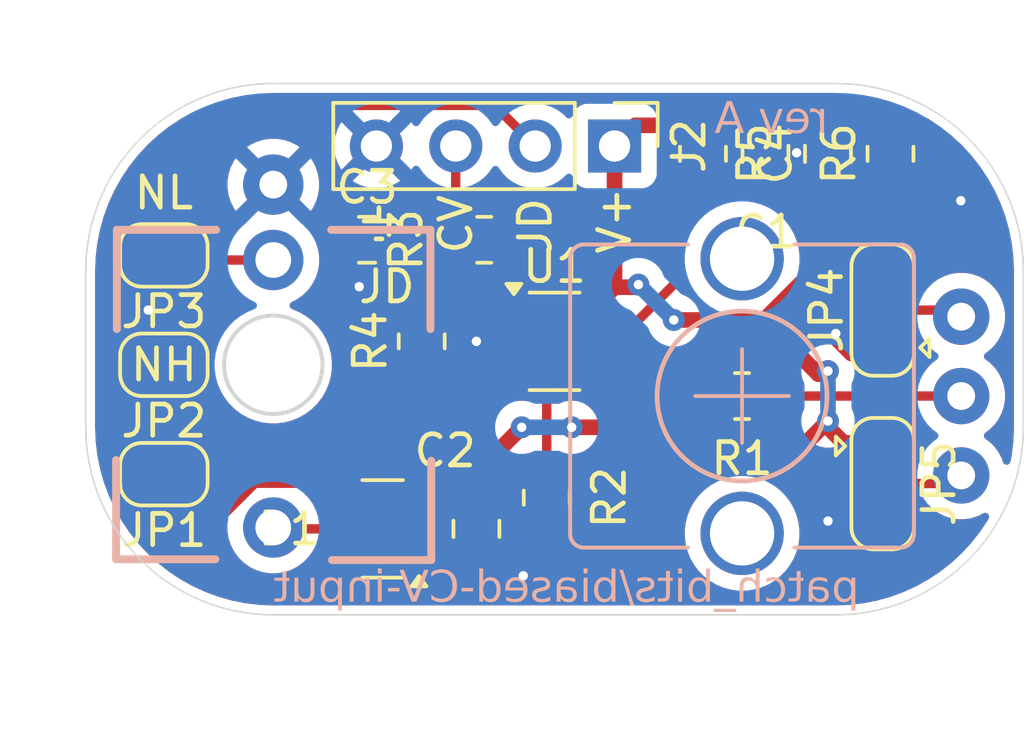
<source format=kicad_pcb>
(kicad_pcb (version 20241229) (generator "pcbnew") (generator_version "9.0")
  (layers (0 "F.Cu" signal) (2 "B.Cu" power) (13 "F.Paste" user) (15 "B.Paste" user) (5 "F.SilkS" user "F.Silkscreen") (7 "B.SilkS" user "B.Silkscreen") (1 "F.Mask" user) (3 "B.Mask" user) (25 "Edge.Cuts" user))
  (net 0 "")
  (net 1 "+3.3V")
  (net 2 "GND")
  (net 3 "/VREF_1.65V")
  (net 4 "/CV_OUT")
  (net 5 "/JACK_DETECT")
  (net 6 "/CV_IN")
  (net 7 "/JACK_NORMAL")
  (net 8 "Net-(JP4-C)")
  (net 9 "Net-(JP5-C)")
  (net 10 "/SUMMED_CV_IN")
  (net 11 "/BIAS_IN")
  (net 12 "Net-(R3-Pad1)")
  (footprint "Resistor_SMD:R_0805_2012Metric" (layer "F.Cu") (at 115.75 68.25 90)
    (property "Reference" "R4" (at 0 -1.65 90) (layer "F.SilkS"))
    (property "Value" "100k")
    (fp_line (start -0.227064 -0.735) (end 0.227064 -0.735) (stroke (width 0.12)) (layer "F.SilkS"))
    (fp_line (start -0.227064 0.735) (end 0.227064 0.735) (stroke (width 0.12)) (layer "F.SilkS"))
    (pad "1" smd roundrect (at -0.9125 0 90) (size 1.025 1.4) (layers "F.Cu" "F.Mask" "F.Paste") (roundrect_rratio 0.243902) (net 10 "/SUMMED_CV_IN"))
    (pad "2" smd roundrect (at 0.9125 0 90) (size 1.025 1.4) (layers "F.Cu" "F.Mask" "F.Paste") (roundrect_rratio 0.243902) (net 12 "Net-(R3-Pad1)"))
  )
  (footprint "Capacitor_SMD:C_0805_2012Metric" (layer "F.Cu") (at 114 65)
    (property "Reference" "C3" (at 0 -1.68 0) (layer "F.SilkS"))
    (property "Value" "100nF")
    (fp_line (start -0.261252 -0.735) (end 0.261252 -0.735) (stroke (width 0.12)) (layer "F.SilkS"))
    (fp_line (start -0.261252 0.735) (end 0.261252 0.735) (stroke (width 0.12)) (layer "F.SilkS"))
    (pad "1" smd roundrect (at -0.95 0) (size 1 1.45) (layers "F.Cu" "F.Mask" "F.Paste") (net 2 "GND"))
    (pad "2" smd roundrect (at 0.95 0) (size 1 1.45) (layers "F.Cu" "F.Mask" "F.Paste") (net 4 "/CV_OUT"))
  )
  (footprint "Connector_PinHeader_2.54mm:PinHeader_1x04_P2.54mm_Vertical" (layer "F.Cu") (at 121.92 62 -90)
    (property "Reference" "J2" (at 0 -2.38 90) (layer "F.SilkS"))
    (property "Value" "Conn_01x04")
    (fp_line (start -1.38 9) (end 1.38 9) (stroke (width 0.12)) (layer "F.SilkS"))
    (fp_line (start -1.38 1.27) (end -1.38 9) (stroke (width 0.12)) (layer "F.SilkS"))
    (fp_line (start -1.38 1.27) (end 1.38 1.27) (stroke (width 0.12)) (layer "F.SilkS"))
    (fp_line (start 1.38 1.27) (end 1.38 9) (stroke (width 0.12)) (layer "F.SilkS"))
    (fp_line (start -1.38 0) (end -1.38 -1.38) (stroke (width 0.12)) (layer "F.SilkS"))
    (fp_line (start -1.38 -1.38) (end 0 -1.38) (stroke (width 0.12)) (layer "F.SilkS"))
    (pad "1" thru_hole rect (at 0 0 270) (size 1.7 1.7) (drill 1) (layers "*.Cu" "*.Mask") (net 1 "+3.3V"))
    (pad "2" thru_hole circle (at 0 2.54 270) (size 1.7 1.7) (drill 1) (layers "*.Cu" "*.Mask") (net 5 "/JACK_DETECT"))
    (pad "3" thru_hole circle (at 0 5.08 270) (size 1.7 1.7) (drill 1) (layers "*.Cu" "*.Mask") (net 4 "/CV_OUT"))
    (pad "4" thru_hole circle (at 0 7.62 270) (size 1.7 1.7) (drill 1) (layers "*.Cu" "*.Mask") (net 2 "GND"))
  )
  (footprint "Capacitor_SMD:C_0805_2012Metric" (layer "F.Cu") (at 126.75 62.25 90)
    (property "Reference" "C1" (at -2.5 0 180) (layer "F.SilkS"))
    (property "Value" "10uF")
    (fp_line (start -0.261252 -0.735) (end 0.261252 -0.735) (stroke (width 0.12)) (layer "F.SilkS"))
    (fp_line (start -0.261252 0.735) (end 0.261252 0.735) (stroke (width 0.12)) (layer "F.SilkS"))
    (pad "1" smd roundrect (at -0.95 0 90) (size 1 1.45) (layers "F.Cu" "F.Mask" "F.Paste") (net 3 "/VREF_1.65V"))
    (pad "2" smd roundrect (at 0.95 0 90) (size 1 1.45) (layers "F.Cu" "F.Mask" "F.Paste") (net 2 "GND"))
  )
  (footprint "Resistor_SMD:R_0805_2012Metric" (layer "F.Cu") (at 124.75 62.25 -90)
    (property "Reference" "R5" (at 0 -1.65 90) (layer "F.SilkS"))
    (property "Value" "100k")
    (fp_line (start -0.227064 0.735) (end 0.227064 0.735) (stroke (width 0.12)) (layer "F.SilkS"))
    (fp_line (start -0.227064 -0.735) (end 0.227064 -0.735) (stroke (width 0.12)) (layer "F.SilkS"))
    (pad "1" smd roundrect (at -0.9125 0 270) (size 1.025 1.4) (layers "F.Cu" "F.Mask" "F.Paste") (roundrect_rratio 0.243902) (net 1 "+3.3V"))
    (pad "2" smd roundrect (at 0.9125 0 270) (size 1.025 1.4) (layers "F.Cu" "F.Mask" "F.Paste") (roundrect_rratio 0.243902) (net 3 "/VREF_1.65V"))
  )
  (footprint "elemental_jumper:SolderJumper-3_P1.3mm_Open_RoundedPad1.0x1.5mm" (layer "F.Cu") (at 130.5 67.25 90)
    (property "Reference" "JP4" (at 0 -1.8 90) (layer "F.SilkS"))
    (property "Value" "SolderJumper_3_Open")
    (fp_line (start -1.4 -1) (end 1.4 -1) (stroke (width 0.12)) (layer "F.SilkS"))
    (fp_line (start 2.105025 -0.3) (end 2.105025 0.3) (stroke (width 0.12)) (layer "F.SilkS"))
    (fp_line (start -2.1 0.3) (end -2.1 -0.3) (stroke (width 0.12)) (layer "F.SilkS"))
    (fp_line (start 1.4 1) (end -1.4 1) (stroke (width 0.12)) (layer "F.SilkS"))
    (fp_line (start -1.2 1.2) (end -0.9 1.5) (stroke (width 0.12)) (layer "F.SilkS"))
    (fp_line (start -1.2 1.2) (end -1.5 1.5) (stroke (width 0.12)) (layer "F.SilkS"))
    (fp_line (start -1.5 1.5) (end -0.9 1.5) (stroke (width 0.12)) (layer "F.SilkS"))
    (fp_arc (start 1.405025 -1) (mid 1.9 -0.794975) (end 2.105025 -0.3) (stroke (width 0.12)) (layer "F.SilkS"))
    (fp_arc (start -2.1 -0.3) (mid -1.894975 -0.794975) (end -1.4 -1) (stroke (width 0.12)) (layer "F.SilkS"))
    (fp_arc (start 2.105025 0.3) (mid 1.9 0.794975) (end 1.405025 1) (stroke (width 0.12)) (layer "F.SilkS"))
    (fp_arc (start -1.4 1) (mid -1.894975 0.794975) (end -2.1 0.3) (stroke (width 0.12)) (layer "F.SilkS"))
    (pad "1" smd custom (at -1.35 0 90) (size 1 0.5) (layers "F.Cu" "F.Mask") (net 2 "GND") (options (clearance outline) (anchor rect)) (primitives (gr_circle (center 0 0.25) (end 0.5 0.25) (width 0) (fill yes)) (gr_circle (center 0 -0.25) (end 0.5 -0.25) (width 0) (fill yes)) (gr_poly (pts (xy 0.55 0.75) (xy 0 0.75) (xy 0 -0.75) (xy 0.55 -0.75)) (width 0) (fill yes))))
    (pad "2" smd rect (at 0 0 90) (size 1 1.5) (layers "F.Cu" "F.Mask") (net 8 "Net-(JP4-C)"))
    (pad "3" smd custom (at 1.35 0 90) (size 1 0.5) (layers "F.Cu" "F.Mask") (net 1 "+3.3V") (options (clearance outline) (anchor rect)) (primitives (gr_circle (center 0 0.25) (end 0.5 0.25) (width 0) (fill yes)) (gr_circle (center 0 -0.25) (end 0.5 -0.25) (width 0) (fill yes)) (gr_poly (pts (xy 0 0.75) (xy -0.55 0.75) (xy -0.55 -0.75) (xy 0 -0.75)) (width 0) (fill yes))))
  )
  (footprint "Resistor_SMD:R_0805_2012Metric" (layer "F.Cu") (at 119.75 73.25 90)
    (property "Reference" "R2" (at 0 2 90) (layer "F.SilkS"))
    (property "Value" "100k")
    (fp_line (start -0.227064 -0.735) (end 0.227064 -0.735) (stroke (width 0.12)) (layer "F.SilkS"))
    (fp_line (start -0.227064 0.735) (end 0.227064 0.735) (stroke (width 0.12)) (layer "F.SilkS"))
    (pad "1" smd roundrect (at -0.9125 0 90) (size 1.025 1.4) (layers "F.Cu" "F.Mask" "F.Paste") (roundrect_rratio 0.243902) (net 6 "/CV_IN"))
    (pad "2" smd roundrect (at 0.9125 0 90) (size 1.025 1.4) (layers "F.Cu" "F.Mask" "F.Paste") (roundrect_rratio 0.243902) (net 10 "/SUMMED_CV_IN"))
  )
  (footprint "Package_TO_SOT_SMD:SOT-23-5" (layer "F.Cu") (at 120 68.25)
    (property "Reference" "U1" (at 0 -2.4 0) (layer "F.SilkS"))
    (property "Value" "TLV9061xDBV")
    (fp_line (start 0 -1.56) (end -0.8 -1.56) (stroke (width 0.12)) (layer "F.SilkS"))
    (fp_line (start 0 -1.56) (end 0.8 -1.56) (stroke (width 0.12)) (layer "F.SilkS"))
    (fp_line (start 0 1.56) (end -0.8 1.56) (stroke (width 0.12)) (layer "F.SilkS"))
    (fp_line (start 0 1.56) (end 0.8 1.56) (stroke (width 0.12)) (layer "F.SilkS"))
    (fp_poly (pts (xy -1.3 -1.51) (xy -1.54 -1.84) (xy -1.06 -1.84)) (stroke (width 0.12)) (fill yes) (layer "F.SilkS"))
    (pad "1" smd roundrect (at -1.1375 -0.95) (size 1.325 0.6) (layers "F.Cu" "F.Mask" "F.Paste") (net 12 "Net-(R3-Pad1)"))
    (pad "2" smd roundrect (at -1.1375 0) (size 1.325 0.6) (layers "F.Cu" "F.Mask" "F.Paste") (net 2 "GND"))
    (pad "3" smd roundrect (at -1.1375 0.95) (size 1.325 0.6) (layers "F.Cu" "F.Mask" "F.Paste") (net 3 "/VREF_1.65V"))
    (pad "4" smd roundrect (at 1.1375 0.95) (size 1.325 0.6) (layers "F.Cu" "F.Mask" "F.Paste") (net 10 "/SUMMED_CV_IN"))
    (pad "5" smd roundrect (at 1.1375 -0.95) (size 1.325 0.6) (layers "F.Cu" "F.Mask" "F.Paste") (net 1 "+3.3V"))
  )
  (footprint "Resistor_SMD:R_0805_2012Metric" (layer "F.Cu") (at 130.75 62.25 90)
    (property "Reference" "R6" (at 0 -1.65 90) (layer "F.SilkS"))
    (property "Value" "100k")
    (fp_line (start -0.227064 -0.735) (end 0.227064 -0.735) (stroke (width 0.12)) (layer "F.SilkS"))
    (fp_line (start -0.227064 0.735) (end 0.227064 0.735) (stroke (width 0.12)) (layer "F.SilkS"))
    (pad "1" smd roundrect (at -0.9125 0 90) (size 1.025 1.4) (layers "F.Cu" "F.Mask" "F.Paste") (roundrect_rratio 0.243902) (net 3 "/VREF_1.65V"))
    (pad "2" smd roundrect (at 0.9125 0 90) (size 1.025 1.4) (layers "F.Cu" "F.Mask" "F.Paste") (roundrect_rratio 0.243902) (net 2 "GND"))
  )
  (footprint "Capacitor_SMD:C_0805_2012Metric" (layer "F.Cu") (at 117.5 74.25 90)
    (property "Reference" "C2" (at 2.5 -1 0) (layer "F.SilkS"))
    (property "Value" "100nF")
    (fp_line (start -0.261252 -0.735) (end 0.261252 -0.735) (stroke (width 0.12)) (layer "F.SilkS"))
    (fp_line (start -0.261252 0.735) (end 0.261252 0.735) (stroke (width 0.12)) (layer "F.SilkS"))
    (pad "1" smd roundrect (at -0.95 0 90) (size 1 1.45) (layers "F.Cu" "F.Mask" "F.Paste") (net 2 "GND"))
    (pad "2" smd roundrect (at 0.95 0 90) (size 1 1.45) (layers "F.Cu" "F.Mask" "F.Paste") (net 1 "+3.3V"))
  )
  (footprint "Package_TO_SOT_SMD:SOT-23" (layer "F.Cu") (at 114.5 74.25 180)
    (property "Reference" "D1" (at 3 0 0) (layer "F.SilkS"))
    (property "Value" "BAT54S")
    (fp_line (start 0 1.56) (end 0.65 1.56) (stroke (width 0.12)) (layer "F.SilkS"))
    (fp_line (start 0 1.56) (end -0.65 1.56) (stroke (width 0.12)) (layer "F.SilkS"))
    (fp_line (start 0 -1.56) (end 0.65 -1.56) (stroke (width 0.12)) (layer "F.SilkS"))
    (fp_line (start 0 -1.56) (end -0.65 -1.56) (stroke (width 0.12)) (layer "F.SilkS"))
    (fp_poly (pts (xy -1.1625 -1.51) (xy -1.4025 -1.84) (xy -0.9225 -1.84)) (stroke (width 0.12)) (fill yes) (layer "F.SilkS"))
    (pad "1" smd roundrect (at -0.9375 -0.95 180) (size 1.475 0.6) (layers "F.Cu" "F.Mask" "F.Paste") (net 2 "GND"))
    (pad "2" smd roundrect (at -0.9375 0.95 180) (size 1.475 0.6) (layers "F.Cu" "F.Mask" "F.Paste") (net 1 "+3.3V"))
    (pad "3" smd roundrect (at 0.9375 0 180) (size 1.475 0.6) (layers "F.Cu" "F.Mask" "F.Paste") (net 6 "/CV_IN"))
  )
  (footprint "Resistor_SMD:R_0805_2012Metric" (layer "F.Cu") (at 117.75 65 180)
    (property "Reference" "R3" (at 2.5 0 90) (layer "F.SilkS"))
    (property "Value" "100R")
    (fp_line (start -0.227064 0.735) (end 0.227064 0.735) (stroke (width 0.12)) (layer "F.SilkS"))
    (fp_line (start -0.227064 -0.735) (end 0.227064 -0.735) (stroke (width 0.12)) (layer "F.SilkS"))
    (pad "1" smd roundrect (at -0.9125 0 180) (size 1.025 1.4) (layers "F.Cu" "F.Mask" "F.Paste") (roundrect_rratio 0.243902) (net 12 "Net-(R3-Pad1)"))
    (pad "2" smd roundrect (at 0.9125 0 180) (size 1.025 1.4) (layers "F.Cu" "F.Mask" "F.Paste") (roundrect_rratio 0.243902) (net 4 "/CV_OUT"))
  )
  (footprint "Jumper:SolderJumper-2_P1.3mm_Open_RoundedPad1.0x1.5mm" (layer "F.Cu") (at 107.5 69 180)
    (property "Reference" "JP2" (at 0 -1.8 180) (layer "F.SilkS"))
    (property "Value" "NORMAL_LOW")
    (fp_line (start 1.4 -0.3) (end 1.4 0.3) (stroke (width 0.12)) (layer "F.SilkS"))
    (fp_line (start 0.7 1) (end -0.7 1) (stroke (width 0.12)) (layer "F.SilkS"))
    (fp_line (start -0.7 -1) (end 0.7 -1) (stroke (width 0.12)) (layer "F.SilkS"))
    (fp_line (start -1.4 0.3) (end -1.4 -0.3) (stroke (width 0.12)) (layer "F.SilkS"))
    (fp_arc (start 1.4 0.3) (mid 1.194975 0.794975) (end 0.7 1) (stroke (width 0.12)) (layer "F.SilkS"))
    (fp_arc (start 0.7 -1) (mid 1.194975 -0.794975) (end 1.4 -0.3) (stroke (width 0.12)) (layer "F.SilkS"))
    (fp_arc (start -0.7 1) (mid -1.194975 0.794975) (end -1.4 0.3) (stroke (width 0.12)) (layer "F.SilkS"))
    (fp_arc (start -1.4 -0.3) (mid -1.194975 -0.794975) (end -0.7 -1) (stroke (width 0.12)) (layer "F.SilkS"))
    (pad "1" smd custom (at -0.65 0 180) (size 1 0.5) (layers "F.Cu" "F.Mask") (net 7 "/JACK_NORMAL") (options (clearance outline) (anchor rect)) (primitives (gr_circle (center 0 0.25) (end 0.5 0.25) (width 0) (fill yes)) (gr_circle (center 0 -0.25) (end 0.5 -0.25) (width 0) (fill yes)) (gr_poly (pts (xy 0.5 0.75) (xy 0 0.75) (xy 0 -0.75) (xy 0.5 -0.75)) (width 0) (fill yes))))
    (pad "2" smd custom (at 0.65 0 180) (size 1 0.5) (layers "F.Cu" "F.Mask") (net 2 "GND") (options (clearance outline) (anchor rect)) (primitives (gr_circle (center 0 0.25) (end 0.5 0.25) (width 0) (fill yes)) (gr_circle (center 0 -0.25) (end 0.5 -0.25) (width 0) (fill yes)) (gr_poly (pts (xy 0 0.75) (xy -0.5 0.75) (xy -0.5 -0.75) (xy 0 -0.75)) (width 0) (fill yes))))
  )
  (footprint "elemental_jumper:SolderJumper-3_P1.3mm_Open_RoundedPad1.0x1.5mm" (layer "F.Cu") (at 130.5 72.8 -90)
    (property "Reference" "JP5" (at 0 -1.8 270) (layer "F.SilkS"))
    (property "Value" "SolderJumper_3_Open")
    (fp_line (start -1.5 1.5) (end -0.9 1.5) (stroke (width 0.12)) (layer "F.SilkS"))
    (fp_line (start -1.2 1.2) (end -1.5 1.5) (stroke (width 0.12)) (layer "F.SilkS"))
    (fp_line (start -1.2 1.2) (end -0.9 1.5) (stroke (width 0.12)) (layer "F.SilkS"))
    (fp_line (start 1.4 1) (end -1.4 1) (stroke (width 0.12)) (layer "F.SilkS"))
    (fp_line (start -2.1 0.3) (end -2.1 -0.3) (stroke (width 0.12)) (layer "F.SilkS"))
    (fp_line (start 2.105025 -0.3) (end 2.105025 0.3) (stroke (width 0.12)) (layer "F.SilkS"))
    (fp_line (start -1.4 -1) (end 1.4 -1) (stroke (width 0.12)) (layer "F.SilkS"))
    (fp_arc (start -1.4 1) (mid -1.894975 0.794975) (end -2.1 0.3) (stroke (width 0.12)) (layer "F.SilkS"))
    (fp_arc (start 2.105025 0.3) (mid 1.9 0.794975) (end 1.405025 1) (stroke (width 0.12)) (layer "F.SilkS"))
    (fp_arc (start -2.1 -0.3) (mid -1.894975 -0.794975) (end -1.4 -1) (stroke (width 0.12)) (layer "F.SilkS"))
    (fp_arc (start 1.405025 -1) (mid 1.9 -0.794975) (end 2.105025 -0.3) (stroke (width 0.12)) (layer "F.SilkS"))
    (pad "1" smd custom (at -1.35 0 270) (size 1 0.5) (layers "F.Cu" "F.Mask") (net 1 "+3.3V") (options (clearance outline) (anchor rect)) (primitives (gr_circle (center 0 0.25) (end 0.5 0.25) (width 0) (fill yes)) (gr_circle (center 0 -0.25) (end 0.5 -0.25) (width 0) (fill yes)) (gr_poly (pts (xy 0.55 0.75) (xy 0 0.75) (xy 0 -0.75) (xy 0.55 -0.75)) (width 0) (fill yes))))
    (pad "2" smd rect (at 0 0 270) (size 1 1.5) (layers "F.Cu" "F.Mask") (net 9 "Net-(JP5-C)"))
    (pad "3" smd custom (at 1.35 0 270) (size 1 0.5) (layers "F.Cu" "F.Mask") (net 2 "GND") (options (clearance outline) (anchor rect)) (primitives (gr_circle (center 0 0.25) (end 0.5 0.25) (width 0) (fill yes)) (gr_circle (center 0 -0.25) (end 0.5 -0.25) (width 0) (fill yes)) (gr_poly (pts (xy 0 0.75) (xy -0.55 0.75) (xy -0.55 -0.75) (xy 0 -0.75)) (width 0) (fill yes))))
  )
  (footprint "Jumper:SolderJumper-2_P1.3mm_Open_RoundedPad1.0x1.5mm" (layer "F.Cu") (at 107.5 65.5 180)
    (property "Reference" "JP3" (at 0 -1.8 0) (layer "F.SilkS"))
    (property "Value" "JACK_DETECT")
    (fp_line (start 1.4 -0.3) (end 1.4 0.3) (stroke (width 0.12)) (layer "F.SilkS"))
    (fp_line (start 0.7 1) (end -0.7 1) (stroke (width 0.12)) (layer "F.SilkS"))
    (fp_line (start -0.7 -1) (end 0.7 -1) (stroke (width 0.12)) (layer "F.SilkS"))
    (fp_line (start -1.4 0.3) (end -1.4 -0.3) (stroke (width 0.12)) (layer "F.SilkS"))
    (fp_arc (start 1.4 0.3) (mid 1.194975 0.794975) (end 0.7 1) (stroke (width 0.12)) (layer "F.SilkS"))
    (fp_arc (start 0.7 -1) (mid 1.194975 -0.794975) (end 1.4 -0.3) (stroke (width 0.12)) (layer "F.SilkS"))
    (fp_arc (start -0.7 1) (mid -1.194975 0.794975) (end -1.4 0.3) (stroke (width 0.12)) (layer "F.SilkS"))
    (fp_arc (start -1.4 -0.3) (mid -1.194975 -0.794975) (end -0.7 -1) (stroke (width 0.12)) (layer "F.SilkS"))
    (pad "1" smd custom (at -0.65 0 180) (size 1 0.5) (layers "F.Cu" "F.Mask") (net 7 "/JACK_NORMAL") (options (clearance outline) (anchor rect)) (primitives (gr_circle (center 0 0.25) (end 0.5 0.25) (width 0) (fill yes)) (gr_circle (center 0 -0.25) (end 0.5 -0.25) (width 0) (fill yes)) (gr_poly (pts (xy 0.5 0.75) (xy 0 0.75) (xy 0 -0.75) (xy 0.5 -0.75)) (width 0) (fill yes))))
    (pad "2" smd custom (at 0.65 0 180) (size 1 0.5) (layers "F.Cu" "F.Mask") (net 5 "/JACK_DETECT") (options (clearance outline) (anchor rect)) (primitives (gr_circle (center 0 0.25) (end 0.5 0.25) (width 0) (fill yes)) (gr_circle (center 0 -0.25) (end 0.5 -0.25) (width 0) (fill yes)) (gr_poly (pts (xy 0 0.75) (xy -0.5 0.75) (xy -0.5 -0.75) (xy 0 -0.75)) (width 0) (fill yes))))
  )
  (footprint "Resistor_SMD:R_0805_2012Metric" (layer "F.Cu") (at 126 70 180)
    (property "Reference" "R1" (at 0 -2 0) (layer "F.SilkS"))
    (property "Value" "100k")
    (fp_line (start -0.227064 0.735) (end 0.227064 0.735) (stroke (width 0.12)) (layer "F.SilkS"))
    (fp_line (start -0.227064 -0.735) (end 0.227064 -0.735) (stroke (width 0.12)) (layer "F.SilkS"))
    (pad "1" smd roundrect (at -0.9125 0 180) (size 1.025 1.4) (layers "F.Cu" "F.Mask" "F.Paste") (roundrect_rratio 0.243902) (net 11 "/BIAS_IN"))
    (pad "2" smd roundrect (at 0.9125 0 180) (size 1.025 1.4) (layers "F.Cu" "F.Mask" "F.Paste") (roundrect_rratio 0.243902) (net 10 "/SUMMED_CV_IN"))
  )
  (footprint "Jumper:SolderJumper-2_P1.3mm_Open_RoundedPad1.0x1.5mm" (layer "F.Cu") (at 107.5 72.5 180)
    (property "Reference" "JP1" (at 0 -1.8 180) (layer "F.SilkS"))
    (property "Value" "NORMAL_HIGH")
    (fp_line (start 1.4 -0.3) (end 1.4 0.3) (stroke (width 0.12)) (layer "F.SilkS"))
    (fp_line (start 0.7 1) (end -0.7 1) (stroke (width 0.12)) (layer "F.SilkS"))
    (fp_line (start -0.7 -1) (end 0.7 -1) (stroke (width 0.12)) (layer "F.SilkS"))
    (fp_line (start -1.4 0.3) (end -1.4 -0.3) (stroke (width 0.12)) (layer "F.SilkS"))
    (fp_arc (start 1.4 0.3) (mid 1.194975 0.794975) (end 0.7 1) (stroke (width 0.12)) (layer "F.SilkS"))
    (fp_arc (start 0.7 -1) (mid 1.194975 -0.794975) (end 1.4 -0.3) (stroke (width 0.12)) (layer "F.SilkS"))
    (fp_arc (start -0.7 1) (mid -1.194975 0.794975) (end -1.4 0.3) (stroke (width 0.12)) (layer "F.SilkS"))
    (fp_arc (start -1.4 -0.3) (mid -1.194975 -0.794975) (end -0.7 -1) (stroke (width 0.12)) (layer "F.SilkS"))
    (pad "1" smd custom (at -0.65 0 180) (size 1 0.5) (layers "F.Cu" "F.Mask") (net 7 "/JACK_NORMAL") (options (clearance outline) (anchor rect)) (primitives (gr_circle (center 0 0.25) (end 0.5 0.25) (width 0) (fill yes)) (gr_circle (center 0 -0.25) (end 0.5 -0.25) (width 0) (fill yes)) (gr_poly (pts (xy 0.5 0.75) (xy 0 0.75) (xy 0 -0.75) (xy 0.5 -0.75)) (width 0) (fill yes))))
    (pad "2" smd custom (at 0.65 0 180) (size 1 0.5) (layers "F.Cu" "F.Mask") (net 1 "+3.3V") (options (clearance outline) (anchor rect)) (primitives (gr_circle (center 0 0.25) (end 0.5 0.25) (width 0) (fill yes)) (gr_circle (center 0 -0.25) (end 0.5 -0.25) (width 0) (fill yes)) (gr_poly (pts (xy 0 0.75) (xy -0.5 0.75) (xy -0.5 -0.75) (xy 0 -0.75)) (width 0) (fill yes))))
  )
  (footprint "Capacitor_SMD:C_0805_2012Metric" (layer "F.Cu") (at 128.75 62.25 90)
    (property "Reference" "C4" (at 0 -1.68 90) (layer "F.SilkS"))
    (property "Value" "100nF")
    (fp_line (start -0.261252 -0.735) (end 0.261252 -0.735) (stroke (width 0.12)) (layer "F.SilkS"))
    (fp_line (start -0.261252 0.735) (end 0.261252 0.735) (stroke (width 0.12)) (layer "F.SilkS"))
    (pad "1" smd roundrect (at -0.95 0 90) (size 1 1.45) (layers "F.Cu" "F.Mask" "F.Paste") (net 3 "/VREF_1.65V"))
    (pad "2" smd roundrect (at 0.95 0 90) (size 1 1.45) (layers "F.Cu" "F.Mask" "F.Paste") (net 2 "GND"))
  )
  (footprint "elemental_jack:EighthInch_PJ398SM" (layer "B.Cu") (at 111 69 90)
    (property "Reference" "J1" (hide yes))
    (property "Value" "3.5mm_Mono_Switched" (hide yes))
    (fp_line (start -6.223 -5.0292) (end -3.048 -5.0292) (stroke (width 0.254)) (layer "B.SilkS"))
    (fp_line (start 4.318 -5.0038) (end 4.318 -1.8288) (stroke (width 0.254)) (layer "B.SilkS"))
    (fp_line (start 1.143 -5.0038) (end 4.318 -5.0038) (stroke (width 0.254)) (layer "B.SilkS"))
    (fp_line (start -6.223 -1.8542) (end -6.223 -5.0292) (stroke (width 0.254)) (layer "B.SilkS"))
    (fp_line (start 4.318 1.8542) (end 4.318 5.0292) (stroke (width 0.254)) (layer "B.SilkS"))
    (fp_line (start 4.318 5.0292) (end 1.143 5.0292) (stroke (width 0.254)) (layer "B.SilkS"))
    (fp_line (start -3.0734 5.0546) (end -6.2484 5.0546) (stroke (width 0.254)) (layer "B.SilkS"))
    (fp_line (start -6.2484 5.0546) (end -6.2484 1.8796) (stroke (width 0.254)) (layer "B.SilkS"))
    (fp_circle (center 0 0) (end 1.5748 0) (stroke (width 0.127)) (fill no) (layer "Edge.Cuts"))
    (pad "1" thru_hole circle (at -5.207 0 90) (size 1.9304 1.9304) (drill 1.143) (layers "*.Cu" "*.Mask") (net 6 "/CV_IN"))
    (pad "2" thru_hole circle (at 5.7658 0 90) (size 1.9304 1.9304) (drill 0.889) (layers "*.Cu" "*.Mask") (net 2 "GND"))
    (pad "3" thru_hole circle (at 3.3528 0 90) (size 1.9304 1.9304) (drill 1.143) (layers "*.Cu" "*.Mask") (net 7 "/JACK_NORMAL"))
  )
  (footprint "elemental_potentiometer:Pot_9mm_Knurl_NoDet" (layer "B.Cu") (at 126 70 90)
    (property "Reference" "RV2" (hide yes))
    (property "Value" "B10k" (hide yes))
    (fp_line (start -4.41 -5.5) (end 4.41 -5.5) (stroke (width 0.127)) (layer "B.SilkS"))
    (fp_line (start 4.85 -1.7272) (end 4.85 -5.06) (stroke (width 0.127)) (layer "B.SilkS"))
    (fp_line (start -4.85 -1.7272) (end -4.85 -5.06) (stroke (width 0.127)) (layer "B.SilkS"))
    (fp_line (start 0 -1.5) (end 0 1.5) (stroke (width 0.12)) (layer "B.SilkS"))
    (fp_line (start -1.5 0) (end 1.5 0) (stroke (width 0.12)) (layer "B.SilkS"))
    (fp_line (start 4.85 4.95) (end 4.85 1.6764) (stroke (width 0.127)) (layer "B.SilkS"))
    (fp_line (start -4.85 4.95) (end -4.85 1.6764) (stroke (width 0.127)) (layer "B.SilkS"))
    (fp_line (start 4.41 5.5) (end -4.41 5.5) (stroke (width 0.127)) (layer "B.SilkS"))
    (fp_arc (start 4.41 -5.5) (mid 4.724636 -5.367578) (end 4.849887 -5.050018) (stroke (width 0.127)) (layer "B.SilkS"))
    (fp_arc (start -4.85 -5.06) (mid -4.717578 -5.374637) (end -4.400018 -5.499887) (stroke (width 0.127)) (layer "B.SilkS"))
    (fp_arc (start 1.651 2.159) (mid -1.651 -2.159) (end 1.651 2.159) (stroke (width 0.15)) (layer "B.SilkS"))
    (fp_arc (start 4.85 5.06) (mid 4.717578 5.374636) (end 4.400018 5.499887) (stroke (width 0.127)) (layer "B.SilkS"))
    (fp_arc (start -4.41 5.5) (mid -4.724637 5.367578) (end -4.849887 5.050018) (stroke (width 0.127)) (layer "B.SilkS"))
    (pad "1" thru_hole circle (at 2.539837 7.012243 180) (size 1.8034 1.8034) (drill 0.889) (layers "*.Cu" "*.Mask") (net 8 "Net-(JP4-C)"))
    (pad "2" thru_hole circle (at -0.000163 7.012243 180) (size 1.8034 1.8034) (drill 0.889) (layers "*.Cu" "*.Mask") (net 11 "/BIAS_IN"))
    (pad "3" thru_hole circle (at -2.540163 7.012243) (size 1.8034 1.8034) (drill 0.889) (layers "*.Cu" "*.Mask") (net 9 "Net-(JP5-C)"))
    (pad "4" thru_hole circle (at 4.394037 0.001843 90) (size 2.667 2.667) (drill 2.0574) (layers "*.Cu" "*.Mask"))
    (pad "5" thru_hole circle (at -4.394363 0.001843 90) (size 2.667 2.667) (drill 2.0574) (layers "*.Cu" "*.Mask"))
  )
  (gr_line (start 105 71) (end 105 66) (stroke (width 0.05)) (layer "Edge.Cuts"))
  (gr_line (start 111 60) (end 129 60) (stroke (width 0.05)) (layer "Edge.Cuts"))
  (gr_line (start 135 66) (end 135 71) (stroke (width 0.05)) (layer "Edge.Cuts"))
  (gr_arc (start 135 71) (mid 133.242641 75.242641) (end 129 77) (stroke (width 0.05)) (layer "Edge.Cuts"))
  (gr_arc (start 105 66) (mid 106.757359 61.757359) (end 111 60) (stroke (width 0.05)) (layer "Edge.Cuts"))
  (gr_arc (start 129 60) (mid 133.242641 61.757359) (end 135 66) (stroke (width 0.05)) (layer "Edge.Cuts"))
  (gr_line (start 129 77) (end 111 77) (stroke (width 0.05)) (layer "Edge.Cuts"))
  (gr_arc (start 111 77) (mid 106.757359 75.242641) (end 105 71) (stroke (width 0.05)) (layer "Edge.Cuts"))
  (gr_text "NL" (at 107.5 63.5 0) (layer "F.SilkS") (effects (font (size 1 1))))
  (gr_text "V+" (at 121.92 65.532 90) (layer "F.SilkS") (effects (font (size 1 1)) (justify left)))
  (gr_text "⏚" (at 113.665 64.516 0) (layer "F.SilkS") (effects (font (size 1 1)) (justify left)))
  (gr_text "CV" (at 116.84 65.532 90) (layer "F.SilkS") (effects (font (size 1 1)) (justify left)))
  (gr_text "NH" (at 107.5 69 0) (layer "F.SilkS") (effects (font (size 1 1))))
  (gr_text "JD" (at 114.636 66.5 0) (layer "F.SilkS") (effects (font (size 1 1))))
  (gr_text "JD" (at 119.38 65.532 90) (layer "F.SilkS") (effects (font (size 1 1)) (justify left)))
  (gr_text "rev A" (at 128.75 61.75 0) (layer "B.SilkS") (effects (font (size 1 1)) (justify left bottom mirror)))
  (gr_text "patch_bits/biased-CV-input" (at 129.75 76.75 0) (layer "B.SilkS") (effects (font (size 1 1)) (justify left bottom mirror)))
  (segment (start 128.75 70.800163) (end 128.75 71) (width 0.5) (layer "F.Cu") (net 1))
  (segment (start 128.75 70.800163) (end 127.800163 71.75) (width 0.5) (layer "F.Cu") (net 1))
  (segment (start 107.419696 73.806) (end 109.256769 73.806) (width 0.5) (layer "F.Cu") (net 1))
  (segment (start 124.75 61.3375) (end 122.5825 61.3375) (width 0.5) (layer "F.Cu") (net 1))
  (segment (start 118.95 71) (end 117.5 72.45) (width 0.5) (layer "F.Cu") (net 1))
  (segment (start 115.4375 73.3) (end 117.5 73.3) (width 0.5) (layer "F.Cu") (net 1))
  (segment (start 122.5825 61.3375) (end 121.92 62) (width 0.5) (layer "F.Cu") (net 1))
  (segment (start 124.25 71.75) (end 123.5 71) (width 0.5) (layer "F.Cu") (net 1))
  (segment (start 106.85 73.236304) (end 107.419696 73.806) (width 0.5) (layer "F.Cu") (net 1))
  (segment (start 109.256769 73.806) (end 110.371969 72.6908) (width 0.5) (layer "F.Cu") (net 1))
  (segment (start 129.25 71.5) (end 130.5 71.5) (width 0.5) (layer "F.Cu") (net 1))
  (segment (start 117.5 72.45) (end 117.5 73.3) (width 0.5) (layer "F.Cu") (net 1))
  (segment (start 128.651 69.299163) (end 128.75 69.200163) (width 0.5) (layer "F.Cu") (net 1))
  (segment (start 128.75 71) (end 129.25 71.5) (width 0.5) (layer "F.Cu") (net 1))
  (segment (start 121.1375 67.3) (end 121.92 66.5175) (width 0.5) (layer "F.Cu") (net 1))
  (segment (start 106.85 72.5) (end 106.85 73.236304) (width 0.5) (layer "F.Cu") (net 1))
  (segment (start 128.440683 69.299163) (end 128.651 69.299163) (width 0.5) (layer "F.Cu") (net 1))
  (segment (start 121.92 66.5175) (end 122.601128 66.5175) (width 0.5) (layer "F.Cu") (net 1))
  (segment (start 126.707206 67.565686) (end 128.322892 65.95) (width 0.5) (layer "F.Cu") (net 1))
  (segment (start 122.601128 66.5175) (end 122.684314 66.434314) (width 0.5) (layer "F.Cu") (net 1))
  (segment (start 126.707206 67.565686) (end 128.440683 69.299163) (width 0.5) (layer "F.Cu") (net 1))
  (segment (start 123.815686 67.565686) (end 126.707206 67.565686) (width 0.5) (layer "F.Cu") (net 1))
  (segment (start 114.8283 72.6908) (end 115.4375 73.3) (width 0.5) (layer "F.Cu") (net 1))
  (segment (start 127.800163 71.75) (end 124.25 71.75) (width 0.5) (layer "F.Cu") (net 1))
  (segment (start 121.92 66.5175) (end 121.92 62) (width 0.5) (layer "F.Cu") (net 1))
  (segment (start 128.322892 65.95) (end 130.5 65.95) (width 0.5) (layer "F.Cu") (net 1))
  (segment (start 123.5 71) (end 120.55 71) (width 0.5) (layer "F.Cu") (net 1))
  (segment (start 110.371969 72.6908) (end 114.8283 72.6908) (width 0.5) (layer "F.Cu") (net 1))
  (via (at 122.684314 66.434314) (size 0.7) (drill 0.3) (layers "F.Cu" "B.Cu") (net 1))
  (via (at 128.75 69.200163) (size 0.7) (drill 0.3) (layers "F.Cu" "B.Cu") (net 1))
  (via (at 118.95 71) (size 0.7) (drill 0.3) (layers "F.Cu" "B.Cu") (net 1))
  (via (at 128.75 70.800163) (size 0.7) (drill 0.3) (layers "F.Cu" "B.Cu") (net 1))
  (via (at 120.55 71) (size 0.7) (drill 0.3) (layers "F.Cu" "B.Cu") (net 1))
  (via (at 123.815686 67.565686) (size 0.7) (drill 0.3) (layers "F.Cu" "B.Cu") (net 1))
  (segment (start 120.55 71) (end 118.95 71) (width 0.5) (layer "B.Cu") (net 1))
  (segment (start 128.75 69.200163) (end 128.75 70.800163) (width 0.5) (layer "B.Cu") (net 1))
  (segment (start 122.684314 66.434314) (end 123.815686 67.565686) (width 0.5) (layer "B.Cu") (net 1))
  (segment (start 130.5 68.55) (end 129.55 68.55) (width 0.7) (layer "F.Cu") (net 2))
  (segment (start 106.85 67.4) (end 107 67.25) (width 0.7) (layer "F.Cu") (net 2))
  (segment (start 118.8625 68.25) (end 117.5 68.25) (width 0.7) (layer "F.Cu") (net 2))
  (segment (start 130.5 74.1) (end 128.85 74.1) (width 0.7) (layer "F.Cu") (net 2))
  (segment (start 126.83016 61.3) (end 127.745576 62.215416) (width 0.7) (layer "F.Cu") (net 2))
  (segment (start 126.75 61.3) (end 126.83016 61.3) (width 0.7) (layer "F.Cu") (net 2))
  (segment (start 117.5 75.2) (end 118.45 75.2) (width 0.7) (layer "F.Cu") (net 2))
  (segment (start 129.55 68.55) (end 129 68) (width 0.7) (layer "F.Cu") (net 2))
  (segment (start 106.85 69) (end 106.85 67.4) (width 0.7) (layer "F.Cu") (net 2))
  (segment (start 113.05 65.8) (end 113.75 66.5) (width 0.7) (layer "F.Cu") (net 2))
  (segment (start 113.05 65) (end 113.05 65.8) (width 0.7) (layer "F.Cu") (net 2))
  (segment (start 128.85 74.1) (end 128.75 74) (width 0.7) (layer "F.Cu") (net 2))
  (segment (start 118.45 75.2) (end 119 75.75) (width 0.7) (layer "F.Cu") (net 2))
  (via (at 127.745576 62.215416) (size 0.7) (drill 0.3) (layers "F.Cu" "B.Cu") (net 2))
  (via (at 107 67.25) (size 0.7) (drill 0.3) (layers "F.Cu" "B.Cu") (net 2))
  (via (at 117.5 68.25) (size 0.7) (drill 0.3) (layers "F.Cu" "B.Cu") (net 2))
  (via (at 113.75 66.5) (size 0.7) (drill 0.3) (layers "F.Cu" "B.Cu") (net 2))
  (via (at 129 68) (size 0.7) (drill 0.3) (layers "F.Cu" "B.Cu") (net 2))
  (via (at 128.75 74) (size 0.7) (drill 0.3) (layers "F.Cu" "B.Cu") (net 2))
  (via (at 119 75.75) (size 0.7) (drill 0.3) (layers "F.Cu" "B.Cu") (net 2))
  (via (at 133 63.75) (size 0.6) (drill 0.3) (layers "F.Cu" "B.Cu") (net 2))
  (segment (start 122 68.25) (end 120.474999 68.25) (width 0.3) (layer "F.Cu") (net 3))
  (segment (start 119.524999 69.2) (end 118.8625 69.2) (width 0.3) (layer "F.Cu") (net 3))
  (segment (start 130.75 63.1625) (end 124.75 63.1625) (width 0.3) (layer "F.Cu") (net 3))
  (segment (start 124.75 63.1625) (end 124 63.9125) (width 0.3) (layer "F.Cu") (net 3))
  (segment (start 124 66.25) (end 122 68.25) (width 0.3) (layer "F.Cu") (net 3))
  (segment (start 120.474999 68.25) (end 119.524999 69.2) (width 0.3) (layer "F.Cu") (net 3))
  (segment (start 124 63.9125) (end 124 66.25) (width 0.3) (layer "F.Cu") (net 3))
  (segment (start 114.95 65) (end 116.8375 65) (width 0.3) (layer "F.Cu") (net 4))
  (segment (start 116.8375 62.0025) (end 116.84 62) (width 0.3) (layer "F.Cu") (net 4))
  (segment (start 116.8375 65) (end 116.8375 62.0025) (width 0.3) (layer "F.Cu") (net 4))
  (segment (start 106.85 65.5) (end 106.85 63.9) (width 0.3) (layer "F.Cu") (net 5))
  (segment (start 110.051 60.699) (end 118.079 60.699) (width 0.3) (layer "F.Cu") (net 5))
  (segment (start 106.85 63.9) (end 110.051 60.699) (width 0.3) (layer "F.Cu") (net 5))
  (segment (start 118.079 60.699) (end 119.38 62) (width 0.3) (layer "F.Cu") (net 5))
  (segment (start 111.043 74.25) (end 111 74.207) (width 0.3) (layer "F.Cu") (net 6))
  (segment (start 113.5625 74.25) (end 111.043 74.25) (width 0.3) (layer "F.Cu") (net 6))
  (segment (start 119.75 74.1625) (end 119.6625 74.25) (width 0.3) (layer "F.Cu") (net 6))
  (segment (start 119.6625 74.25) (end 113.5625 74.25) (width 0.3) (layer "F.Cu") (net 6))
  (segment (start 108.15 65.5) (end 108.15 72.5) (width 0.3) (layer "F.Cu") (net 7))
  (segment (start 108.2972 65.6472) (end 108.15 65.5) (width 0.3) (layer "F.Cu") (net 7))
  (segment (start 111 65.6472) (end 108.2972 65.6472) (width 0.3) (layer "F.Cu") (net 7))
  (segment (start 130.5 67.25) (end 132.80208 67.25) (width 0.3) (layer "F.Cu") (net 8))
  (segment (start 132.80208 67.25) (end 133.012243 67.460163) (width 0.3) (layer "F.Cu") (net 8))
  (segment (start 130.5 72.8) (end 132.752406 72.8) (width 0.3) (layer "F.Cu") (net 9))
  (segment (start 132.752406 72.8) (end 133.012243 72.540163) (width 0.3) (layer "F.Cu") (net 9))
  (segment (start 119.75 72.3375) (end 119.75 70) (width 0.3) (layer "F.Cu") (net 10))
  (segment (start 121.1375 69.8875) (end 121.1375 69.2) (width 0.3) (layer "F.Cu") (net 10))
  (segment (start 116.5875 70) (end 119.75 70) (width 0.3) (layer "F.Cu") (net 10))
  (segment (start 125.0875 70) (end 124.8375 70.25) (width 0.3) (layer "F.Cu") (net 10))
  (segment (start 121.25 70) (end 121.1375 69.8875) (width 0.3) (layer "F.Cu") (net 10))
  (segment (start 115.75 69.1625) (end 116.5875 70) (width 0.3) (layer "F.Cu") (net 10))
  (segment (start 121.25 70) (end 125.0875 70) (width 0.3) (layer "F.Cu") (net 10))
  (segment (start 119.75 70) (end 121.25 70) (width 0.3) (layer "F.Cu") (net 10))
  (segment (start 126.912663 70.000163) (end 126.9125 70) (width 0.3) (layer "F.Cu") (net 11))
  (segment (start 133.012243 70.000163) (end 126.912663 70.000163) (width 0.3) (layer "F.Cu") (net 11))
  (segment (start 115.75 67.3375) (end 118.825 67.3375) (width 0.3) (layer "F.Cu") (net 12))
  (segment (start 118.6625 67.1) (end 118.8625 67.3) (width 0.3) (layer "F.Cu") (net 12))
  (segment (start 118.825 67.3375) (end 118.8625 67.3) (width 0.3) (layer "F.Cu") (net 12))
  (segment (start 118.6625 65) (end 118.6625 67.1) (width 0.3) (layer "F.Cu") (net 12))
  (zone (net 2) (net_name "GND") (layer "F.Cu") (priority 1) (connect_pads (clearance 0.5)) (min_thickness 0.25) (fill yes (thermal_gap 0.5) (thermal_bridge_width 0.5))
    (polygon (pts (xy 105 60) (xy 135 60) (xy 135 77) (xy 105 77)))
  )
  (zone (net 2) (net_name "GND") (layer "B.Cu") (connect_pads (clearance 0.5)) (min_thickness 0.25) (fill yes (thermal_gap 0.5) (thermal_bridge_width 0.5))
    (polygon (pts (xy 105 60) (xy 135 60) (xy 135 77) (xy 105 77)))
  )
)
</source>
